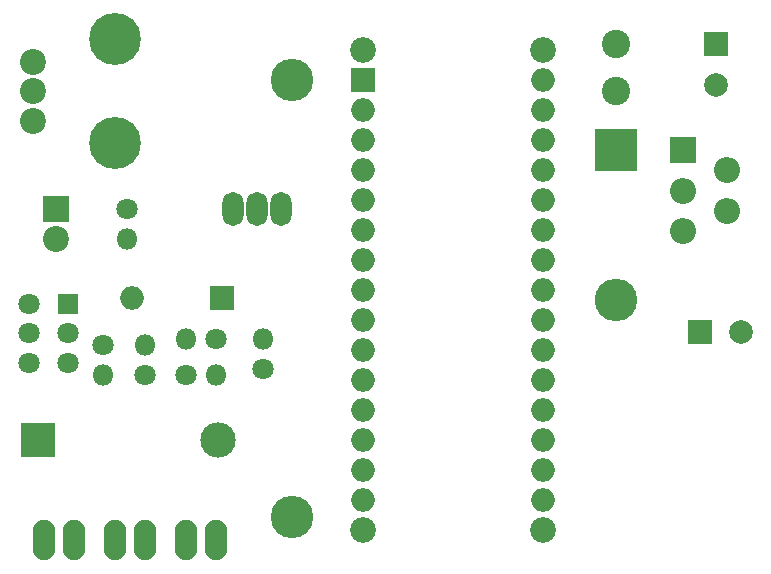
<source format=gbr>
G04 #@! TF.GenerationSoftware,KiCad,Pcbnew,(5.0.0)*
G04 #@! TF.CreationDate,2018-08-07T13:03:25+01:00*
G04 #@! TF.ProjectId,OpenSpritzer,4F70656E53707269747A65722E6B6963,rev?*
G04 #@! TF.SameCoordinates,Original*
G04 #@! TF.FileFunction,Soldermask,Top*
G04 #@! TF.FilePolarity,Negative*
%FSLAX46Y46*%
G04 Gerber Fmt 4.6, Leading zero omitted, Abs format (unit mm)*
G04 Created by KiCad (PCBNEW (5.0.0)) date 08/07/18 13:03:25*
%MOMM*%
%LPD*%
G01*
G04 APERTURE LIST*
%ADD10O,1.800000X2.900000*%
%ADD11C,2.200000*%
%ADD12C,4.400000*%
%ADD13R,1.800000X1.800000*%
%ADD14C,1.800000*%
%ADD15R,2.000000X2.000000*%
%ADD16O,2.000000X2.000000*%
%ADD17C,2.180000*%
%ADD18R,2.200000X2.200000*%
%ADD19R,3.000000X3.000000*%
%ADD20O,3.000000X3.000000*%
%ADD21O,1.910000X3.410000*%
%ADD22O,1.800000X1.800000*%
%ADD23C,3.600000*%
%ADD24C,2.000000*%
%ADD25R,3.600000X3.600000*%
%ADD26O,3.600000X3.600000*%
%ADD27C,2.400000*%
%ADD28O,2.200000X2.200000*%
G04 APERTURE END LIST*
D10*
G04 #@! TO.C,Q1*
X104000000Y-98000000D03*
X102000000Y-98000000D03*
X106000000Y-98000000D03*
G04 #@! TD*
D11*
G04 #@! TO.C,RV1*
X85000000Y-85500000D03*
X85000000Y-88000000D03*
X85000000Y-90500000D03*
D12*
X92000000Y-83600000D03*
X92000000Y-92400000D03*
G04 #@! TD*
D13*
G04 #@! TO.C,SW1*
X88000000Y-106000000D03*
D14*
X88000000Y-108500000D03*
X88000000Y-111000000D03*
X84700000Y-106000000D03*
X84700000Y-108500000D03*
X84700000Y-111000000D03*
G04 #@! TD*
D15*
G04 #@! TO.C,A1*
X113000000Y-87000000D03*
D16*
X128240000Y-120020000D03*
X113000000Y-89540000D03*
X128240000Y-117480000D03*
X113000000Y-92080000D03*
X128240000Y-114940000D03*
X113000000Y-94620000D03*
X128240000Y-112400000D03*
X113000000Y-97160000D03*
X128240000Y-109860000D03*
X113000000Y-99700000D03*
X128240000Y-107320000D03*
X113000000Y-102240000D03*
X128240000Y-104780000D03*
X113000000Y-104780000D03*
X128240000Y-102240000D03*
X113000000Y-107320000D03*
X128240000Y-99700000D03*
X113000000Y-109860000D03*
X128240000Y-97160000D03*
X113000000Y-112400000D03*
X128240000Y-94620000D03*
X113000000Y-114940000D03*
X128240000Y-92080000D03*
X113000000Y-117480000D03*
X128240000Y-89540000D03*
X113000000Y-120020000D03*
X128240000Y-87000000D03*
X113000000Y-122560000D03*
X128240000Y-122560000D03*
D17*
X113000000Y-84460000D03*
X128240000Y-84460000D03*
X128240000Y-125100000D03*
X113000000Y-125100000D03*
G04 #@! TD*
D18*
G04 #@! TO.C,D1*
X87000000Y-98000000D03*
D11*
X87000000Y-100540000D03*
G04 #@! TD*
D15*
G04 #@! TO.C,D2*
X101000000Y-105500000D03*
D16*
X93380000Y-105500000D03*
G04 #@! TD*
D19*
G04 #@! TO.C,D3*
X85500000Y-117500000D03*
D20*
X100740000Y-117500000D03*
G04 #@! TD*
D21*
G04 #@! TO.C,J1*
X86000000Y-126000000D03*
X88540000Y-126000000D03*
G04 #@! TD*
G04 #@! TO.C,J2*
X92000000Y-126000000D03*
X94540000Y-126000000D03*
G04 #@! TD*
G04 #@! TO.C,J3*
X98000000Y-126000000D03*
X100540000Y-126000000D03*
G04 #@! TD*
D14*
G04 #@! TO.C,R1*
X93000000Y-98000000D03*
D22*
X93000000Y-100540000D03*
G04 #@! TD*
D14*
G04 #@! TO.C,R2*
X91000000Y-109500000D03*
D22*
X91000000Y-112040000D03*
G04 #@! TD*
D14*
G04 #@! TO.C,R3*
X94500000Y-112000000D03*
D22*
X94500000Y-109460000D03*
G04 #@! TD*
D14*
G04 #@! TO.C,R4*
X100500000Y-109000000D03*
D22*
X97960000Y-109000000D03*
G04 #@! TD*
D14*
G04 #@! TO.C,R5*
X98000000Y-112000000D03*
D22*
X100540000Y-112000000D03*
G04 #@! TD*
D14*
G04 #@! TO.C,R6*
X104500000Y-111500000D03*
D22*
X104500000Y-108960000D03*
G04 #@! TD*
D23*
G04 #@! TO.C,*
X107000000Y-87000000D03*
G04 #@! TD*
D15*
G04 #@! TO.C,C1*
X141500000Y-108410000D03*
D24*
X145000000Y-108410000D03*
G04 #@! TD*
D15*
G04 #@! TO.C,C2*
X142900000Y-84000000D03*
D24*
X142900000Y-87500000D03*
G04 #@! TD*
D25*
G04 #@! TO.C,D4*
X134400000Y-93000000D03*
D26*
X134400000Y-105700000D03*
G04 #@! TD*
D27*
G04 #@! TO.C,L1*
X134400000Y-84000000D03*
X134400000Y-88000000D03*
G04 #@! TD*
D18*
G04 #@! TO.C,U1*
X140100000Y-93000000D03*
D28*
X143800000Y-94700000D03*
X140100000Y-96400000D03*
X143800000Y-98100000D03*
X140100000Y-99800000D03*
G04 #@! TD*
D23*
G04 #@! TO.C,*
X107000000Y-124000000D03*
G04 #@! TD*
M02*

</source>
